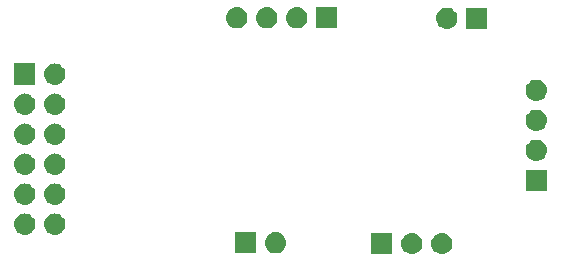
<source format=gbr>
G04 #@! TF.GenerationSoftware,KiCad,Pcbnew,(5.1.4)-1*
G04 #@! TF.CreationDate,2019-08-20T16:37:38+09:00*
G04 #@! TF.ProjectId,kagisys_shield,6b616769-7379-4735-9f73-6869656c642e,rev?*
G04 #@! TF.SameCoordinates,Original*
G04 #@! TF.FileFunction,Soldermask,Top*
G04 #@! TF.FilePolarity,Negative*
%FSLAX46Y46*%
G04 Gerber Fmt 4.6, Leading zero omitted, Abs format (unit mm)*
G04 Created by KiCad (PCBNEW (5.1.4)-1) date 2019-08-20 16:37:38*
%MOMM*%
%LPD*%
G04 APERTURE LIST*
%ADD10C,0.100000*%
G04 APERTURE END LIST*
D10*
G36*
X178281000Y-105211000D02*
G01*
X176479000Y-105211000D01*
X176479000Y-103409000D01*
X178281000Y-103409000D01*
X178281000Y-105211000D01*
X178281000Y-105211000D01*
G37*
G36*
X182570443Y-103415519D02*
G01*
X182636627Y-103422037D01*
X182806466Y-103473557D01*
X182962991Y-103557222D01*
X182973688Y-103566001D01*
X183100186Y-103669814D01*
X183155332Y-103737011D01*
X183212778Y-103807009D01*
X183296443Y-103963534D01*
X183347963Y-104133373D01*
X183365359Y-104310000D01*
X183347963Y-104486627D01*
X183296443Y-104656466D01*
X183212778Y-104812991D01*
X183183448Y-104848729D01*
X183100186Y-104950186D01*
X182998729Y-105033448D01*
X182962991Y-105062778D01*
X182806466Y-105146443D01*
X182636627Y-105197963D01*
X182570442Y-105204482D01*
X182504260Y-105211000D01*
X182415740Y-105211000D01*
X182349558Y-105204482D01*
X182283373Y-105197963D01*
X182113534Y-105146443D01*
X181957009Y-105062778D01*
X181921271Y-105033448D01*
X181819814Y-104950186D01*
X181736552Y-104848729D01*
X181707222Y-104812991D01*
X181623557Y-104656466D01*
X181572037Y-104486627D01*
X181554641Y-104310000D01*
X181572037Y-104133373D01*
X181623557Y-103963534D01*
X181707222Y-103807009D01*
X181764668Y-103737011D01*
X181819814Y-103669814D01*
X181946312Y-103566001D01*
X181957009Y-103557222D01*
X182113534Y-103473557D01*
X182283373Y-103422037D01*
X182349558Y-103415518D01*
X182415740Y-103409000D01*
X182504260Y-103409000D01*
X182570443Y-103415519D01*
X182570443Y-103415519D01*
G37*
G36*
X180030443Y-103415519D02*
G01*
X180096627Y-103422037D01*
X180266466Y-103473557D01*
X180422991Y-103557222D01*
X180433688Y-103566001D01*
X180560186Y-103669814D01*
X180615332Y-103737011D01*
X180672778Y-103807009D01*
X180756443Y-103963534D01*
X180807963Y-104133373D01*
X180825359Y-104310000D01*
X180807963Y-104486627D01*
X180756443Y-104656466D01*
X180672778Y-104812991D01*
X180643448Y-104848729D01*
X180560186Y-104950186D01*
X180458729Y-105033448D01*
X180422991Y-105062778D01*
X180266466Y-105146443D01*
X180096627Y-105197963D01*
X180030442Y-105204482D01*
X179964260Y-105211000D01*
X179875740Y-105211000D01*
X179809558Y-105204482D01*
X179743373Y-105197963D01*
X179573534Y-105146443D01*
X179417009Y-105062778D01*
X179381271Y-105033448D01*
X179279814Y-104950186D01*
X179196552Y-104848729D01*
X179167222Y-104812991D01*
X179083557Y-104656466D01*
X179032037Y-104486627D01*
X179014641Y-104310000D01*
X179032037Y-104133373D01*
X179083557Y-103963534D01*
X179167222Y-103807009D01*
X179224668Y-103737011D01*
X179279814Y-103669814D01*
X179406312Y-103566001D01*
X179417009Y-103557222D01*
X179573534Y-103473557D01*
X179743373Y-103422037D01*
X179809558Y-103415518D01*
X179875740Y-103409000D01*
X179964260Y-103409000D01*
X180030443Y-103415519D01*
X180030443Y-103415519D01*
G37*
G36*
X166751000Y-105141000D02*
G01*
X164949000Y-105141000D01*
X164949000Y-103339000D01*
X166751000Y-103339000D01*
X166751000Y-105141000D01*
X166751000Y-105141000D01*
G37*
G36*
X168500442Y-103345518D02*
G01*
X168566627Y-103352037D01*
X168736466Y-103403557D01*
X168892991Y-103487222D01*
X168910319Y-103501443D01*
X169030186Y-103599814D01*
X169087633Y-103669815D01*
X169142778Y-103737009D01*
X169226443Y-103893534D01*
X169277963Y-104063373D01*
X169295359Y-104240000D01*
X169277963Y-104416627D01*
X169226443Y-104586466D01*
X169142778Y-104742991D01*
X169113448Y-104778729D01*
X169030186Y-104880186D01*
X168944889Y-104950186D01*
X168892991Y-104992778D01*
X168736466Y-105076443D01*
X168566627Y-105127963D01*
X168500443Y-105134481D01*
X168434260Y-105141000D01*
X168345740Y-105141000D01*
X168279557Y-105134481D01*
X168213373Y-105127963D01*
X168043534Y-105076443D01*
X167887009Y-104992778D01*
X167835111Y-104950186D01*
X167749814Y-104880186D01*
X167666552Y-104778729D01*
X167637222Y-104742991D01*
X167553557Y-104586466D01*
X167502037Y-104416627D01*
X167484641Y-104240000D01*
X167502037Y-104063373D01*
X167553557Y-103893534D01*
X167637222Y-103737009D01*
X167692367Y-103669815D01*
X167749814Y-103599814D01*
X167869681Y-103501443D01*
X167887009Y-103487222D01*
X168043534Y-103403557D01*
X168213373Y-103352037D01*
X168279557Y-103345519D01*
X168345740Y-103339000D01*
X168434260Y-103339000D01*
X168500442Y-103345518D01*
X168500442Y-103345518D01*
G37*
G36*
X149795444Y-101770520D02*
G01*
X149861628Y-101777038D01*
X150031467Y-101828558D01*
X150187992Y-101912223D01*
X150223730Y-101941553D01*
X150325187Y-102024815D01*
X150408449Y-102126272D01*
X150437779Y-102162010D01*
X150521444Y-102318535D01*
X150572964Y-102488374D01*
X150590360Y-102665001D01*
X150572964Y-102841628D01*
X150521444Y-103011467D01*
X150437779Y-103167992D01*
X150408449Y-103203730D01*
X150325187Y-103305187D01*
X150223730Y-103388449D01*
X150187992Y-103417779D01*
X150031467Y-103501444D01*
X149861628Y-103552964D01*
X149795444Y-103559482D01*
X149729261Y-103566001D01*
X149640741Y-103566001D01*
X149574559Y-103559483D01*
X149508374Y-103552964D01*
X149338535Y-103501444D01*
X149182010Y-103417779D01*
X149146272Y-103388449D01*
X149044815Y-103305187D01*
X148961553Y-103203730D01*
X148932223Y-103167992D01*
X148848558Y-103011467D01*
X148797038Y-102841628D01*
X148779642Y-102665001D01*
X148797038Y-102488374D01*
X148848558Y-102318535D01*
X148932223Y-102162010D01*
X148961553Y-102126272D01*
X149044815Y-102024815D01*
X149146272Y-101941553D01*
X149182010Y-101912223D01*
X149338535Y-101828558D01*
X149508374Y-101777038D01*
X149574558Y-101770520D01*
X149640741Y-101764001D01*
X149729261Y-101764001D01*
X149795444Y-101770520D01*
X149795444Y-101770520D01*
G37*
G36*
X147255444Y-101770520D02*
G01*
X147321628Y-101777038D01*
X147491467Y-101828558D01*
X147647992Y-101912223D01*
X147683730Y-101941553D01*
X147785187Y-102024815D01*
X147868449Y-102126272D01*
X147897779Y-102162010D01*
X147981444Y-102318535D01*
X148032964Y-102488374D01*
X148050360Y-102665001D01*
X148032964Y-102841628D01*
X147981444Y-103011467D01*
X147897779Y-103167992D01*
X147868449Y-103203730D01*
X147785187Y-103305187D01*
X147683730Y-103388449D01*
X147647992Y-103417779D01*
X147491467Y-103501444D01*
X147321628Y-103552964D01*
X147255444Y-103559482D01*
X147189261Y-103566001D01*
X147100741Y-103566001D01*
X147034559Y-103559483D01*
X146968374Y-103552964D01*
X146798535Y-103501444D01*
X146642010Y-103417779D01*
X146606272Y-103388449D01*
X146504815Y-103305187D01*
X146421553Y-103203730D01*
X146392223Y-103167992D01*
X146308558Y-103011467D01*
X146257038Y-102841628D01*
X146239642Y-102665001D01*
X146257038Y-102488374D01*
X146308558Y-102318535D01*
X146392223Y-102162010D01*
X146421553Y-102126272D01*
X146504815Y-102024815D01*
X146606272Y-101941553D01*
X146642010Y-101912223D01*
X146798535Y-101828558D01*
X146968374Y-101777038D01*
X147034558Y-101770520D01*
X147100741Y-101764001D01*
X147189261Y-101764001D01*
X147255444Y-101770520D01*
X147255444Y-101770520D01*
G37*
G36*
X149795444Y-99230520D02*
G01*
X149861628Y-99237038D01*
X150031467Y-99288558D01*
X150187992Y-99372223D01*
X150223730Y-99401553D01*
X150325187Y-99484815D01*
X150408449Y-99586272D01*
X150437779Y-99622010D01*
X150521444Y-99778535D01*
X150572964Y-99948374D01*
X150590360Y-100125001D01*
X150572964Y-100301628D01*
X150521444Y-100471467D01*
X150437779Y-100627992D01*
X150408449Y-100663730D01*
X150325187Y-100765187D01*
X150223730Y-100848449D01*
X150187992Y-100877779D01*
X150031467Y-100961444D01*
X149861628Y-101012964D01*
X149795443Y-101019483D01*
X149729261Y-101026001D01*
X149640741Y-101026001D01*
X149574558Y-101019482D01*
X149508374Y-101012964D01*
X149338535Y-100961444D01*
X149182010Y-100877779D01*
X149146272Y-100848449D01*
X149044815Y-100765187D01*
X148961553Y-100663730D01*
X148932223Y-100627992D01*
X148848558Y-100471467D01*
X148797038Y-100301628D01*
X148779642Y-100125001D01*
X148797038Y-99948374D01*
X148848558Y-99778535D01*
X148932223Y-99622010D01*
X148961553Y-99586272D01*
X149044815Y-99484815D01*
X149146272Y-99401553D01*
X149182010Y-99372223D01*
X149338535Y-99288558D01*
X149508374Y-99237038D01*
X149574558Y-99230520D01*
X149640741Y-99224001D01*
X149729261Y-99224001D01*
X149795444Y-99230520D01*
X149795444Y-99230520D01*
G37*
G36*
X147255444Y-99230520D02*
G01*
X147321628Y-99237038D01*
X147491467Y-99288558D01*
X147647992Y-99372223D01*
X147683730Y-99401553D01*
X147785187Y-99484815D01*
X147868449Y-99586272D01*
X147897779Y-99622010D01*
X147981444Y-99778535D01*
X148032964Y-99948374D01*
X148050360Y-100125001D01*
X148032964Y-100301628D01*
X147981444Y-100471467D01*
X147897779Y-100627992D01*
X147868449Y-100663730D01*
X147785187Y-100765187D01*
X147683730Y-100848449D01*
X147647992Y-100877779D01*
X147491467Y-100961444D01*
X147321628Y-101012964D01*
X147255443Y-101019483D01*
X147189261Y-101026001D01*
X147100741Y-101026001D01*
X147034558Y-101019482D01*
X146968374Y-101012964D01*
X146798535Y-100961444D01*
X146642010Y-100877779D01*
X146606272Y-100848449D01*
X146504815Y-100765187D01*
X146421553Y-100663730D01*
X146392223Y-100627992D01*
X146308558Y-100471467D01*
X146257038Y-100301628D01*
X146239642Y-100125001D01*
X146257038Y-99948374D01*
X146308558Y-99778535D01*
X146392223Y-99622010D01*
X146421553Y-99586272D01*
X146504815Y-99484815D01*
X146606272Y-99401553D01*
X146642010Y-99372223D01*
X146798535Y-99288558D01*
X146968374Y-99237038D01*
X147034558Y-99230520D01*
X147100741Y-99224001D01*
X147189261Y-99224001D01*
X147255444Y-99230520D01*
X147255444Y-99230520D01*
G37*
G36*
X191371000Y-99851000D02*
G01*
X189569000Y-99851000D01*
X189569000Y-98049000D01*
X191371000Y-98049000D01*
X191371000Y-99851000D01*
X191371000Y-99851000D01*
G37*
G36*
X149795443Y-96690519D02*
G01*
X149861628Y-96697038D01*
X150031467Y-96748558D01*
X150031469Y-96748559D01*
X150109729Y-96790390D01*
X150187992Y-96832223D01*
X150223730Y-96861553D01*
X150325187Y-96944815D01*
X150408449Y-97046272D01*
X150437779Y-97082010D01*
X150521444Y-97238535D01*
X150572964Y-97408374D01*
X150590360Y-97585001D01*
X150572964Y-97761628D01*
X150521444Y-97931467D01*
X150437779Y-98087992D01*
X150408449Y-98123730D01*
X150325187Y-98225187D01*
X150223730Y-98308449D01*
X150187992Y-98337779D01*
X150031467Y-98421444D01*
X149861628Y-98472964D01*
X149795443Y-98479483D01*
X149729261Y-98486001D01*
X149640741Y-98486001D01*
X149574559Y-98479483D01*
X149508374Y-98472964D01*
X149338535Y-98421444D01*
X149182010Y-98337779D01*
X149146272Y-98308449D01*
X149044815Y-98225187D01*
X148961553Y-98123730D01*
X148932223Y-98087992D01*
X148848558Y-97931467D01*
X148797038Y-97761628D01*
X148779642Y-97585001D01*
X148797038Y-97408374D01*
X148848558Y-97238535D01*
X148932223Y-97082010D01*
X148961553Y-97046272D01*
X149044815Y-96944815D01*
X149146272Y-96861553D01*
X149182010Y-96832223D01*
X149260273Y-96790390D01*
X149338533Y-96748559D01*
X149338535Y-96748558D01*
X149508374Y-96697038D01*
X149574558Y-96690520D01*
X149640741Y-96684001D01*
X149729261Y-96684001D01*
X149795443Y-96690519D01*
X149795443Y-96690519D01*
G37*
G36*
X147255443Y-96690519D02*
G01*
X147321628Y-96697038D01*
X147491467Y-96748558D01*
X147491469Y-96748559D01*
X147569729Y-96790390D01*
X147647992Y-96832223D01*
X147683730Y-96861553D01*
X147785187Y-96944815D01*
X147868449Y-97046272D01*
X147897779Y-97082010D01*
X147981444Y-97238535D01*
X148032964Y-97408374D01*
X148050360Y-97585001D01*
X148032964Y-97761628D01*
X147981444Y-97931467D01*
X147897779Y-98087992D01*
X147868449Y-98123730D01*
X147785187Y-98225187D01*
X147683730Y-98308449D01*
X147647992Y-98337779D01*
X147491467Y-98421444D01*
X147321628Y-98472964D01*
X147255443Y-98479483D01*
X147189261Y-98486001D01*
X147100741Y-98486001D01*
X147034559Y-98479483D01*
X146968374Y-98472964D01*
X146798535Y-98421444D01*
X146642010Y-98337779D01*
X146606272Y-98308449D01*
X146504815Y-98225187D01*
X146421553Y-98123730D01*
X146392223Y-98087992D01*
X146308558Y-97931467D01*
X146257038Y-97761628D01*
X146239642Y-97585001D01*
X146257038Y-97408374D01*
X146308558Y-97238535D01*
X146392223Y-97082010D01*
X146421553Y-97046272D01*
X146504815Y-96944815D01*
X146606272Y-96861553D01*
X146642010Y-96832223D01*
X146720273Y-96790390D01*
X146798533Y-96748559D01*
X146798535Y-96748558D01*
X146968374Y-96697038D01*
X147034558Y-96690520D01*
X147100741Y-96684001D01*
X147189261Y-96684001D01*
X147255443Y-96690519D01*
X147255443Y-96690519D01*
G37*
G36*
X190580442Y-95515518D02*
G01*
X190646627Y-95522037D01*
X190816466Y-95573557D01*
X190972991Y-95657222D01*
X191007065Y-95685186D01*
X191110186Y-95769814D01*
X191193448Y-95871271D01*
X191222778Y-95907009D01*
X191306443Y-96063534D01*
X191357963Y-96233373D01*
X191375359Y-96410000D01*
X191357963Y-96586627D01*
X191306443Y-96756466D01*
X191222778Y-96912991D01*
X191196660Y-96944816D01*
X191110186Y-97050186D01*
X191008729Y-97133448D01*
X190972991Y-97162778D01*
X190972989Y-97162779D01*
X190831265Y-97238533D01*
X190816466Y-97246443D01*
X190646627Y-97297963D01*
X190580443Y-97304481D01*
X190514260Y-97311000D01*
X190425740Y-97311000D01*
X190359557Y-97304481D01*
X190293373Y-97297963D01*
X190123534Y-97246443D01*
X190108736Y-97238533D01*
X189967011Y-97162779D01*
X189967009Y-97162778D01*
X189931271Y-97133448D01*
X189829814Y-97050186D01*
X189743340Y-96944816D01*
X189717222Y-96912991D01*
X189633557Y-96756466D01*
X189582037Y-96586627D01*
X189564641Y-96410000D01*
X189582037Y-96233373D01*
X189633557Y-96063534D01*
X189717222Y-95907009D01*
X189746552Y-95871271D01*
X189829814Y-95769814D01*
X189932935Y-95685186D01*
X189967009Y-95657222D01*
X190123534Y-95573557D01*
X190293373Y-95522037D01*
X190359558Y-95515518D01*
X190425740Y-95509000D01*
X190514260Y-95509000D01*
X190580442Y-95515518D01*
X190580442Y-95515518D01*
G37*
G36*
X149795444Y-94150520D02*
G01*
X149861628Y-94157038D01*
X150031467Y-94208558D01*
X150031469Y-94208559D01*
X150109729Y-94250390D01*
X150187992Y-94292223D01*
X150223730Y-94321553D01*
X150325187Y-94404815D01*
X150408449Y-94506272D01*
X150437779Y-94542010D01*
X150521444Y-94698535D01*
X150572964Y-94868374D01*
X150590360Y-95045001D01*
X150572964Y-95221628D01*
X150521444Y-95391467D01*
X150437779Y-95547992D01*
X150416798Y-95573557D01*
X150325187Y-95685187D01*
X150223730Y-95768449D01*
X150187992Y-95797779D01*
X150031467Y-95881444D01*
X149861628Y-95932964D01*
X149795444Y-95939482D01*
X149729261Y-95946001D01*
X149640741Y-95946001D01*
X149574558Y-95939482D01*
X149508374Y-95932964D01*
X149338535Y-95881444D01*
X149182010Y-95797779D01*
X149146272Y-95768449D01*
X149044815Y-95685187D01*
X148953204Y-95573557D01*
X148932223Y-95547992D01*
X148848558Y-95391467D01*
X148797038Y-95221628D01*
X148779642Y-95045001D01*
X148797038Y-94868374D01*
X148848558Y-94698535D01*
X148932223Y-94542010D01*
X148961553Y-94506272D01*
X149044815Y-94404815D01*
X149146272Y-94321553D01*
X149182010Y-94292223D01*
X149260273Y-94250390D01*
X149338533Y-94208559D01*
X149338535Y-94208558D01*
X149508374Y-94157038D01*
X149574558Y-94150520D01*
X149640741Y-94144001D01*
X149729261Y-94144001D01*
X149795444Y-94150520D01*
X149795444Y-94150520D01*
G37*
G36*
X147255444Y-94150520D02*
G01*
X147321628Y-94157038D01*
X147491467Y-94208558D01*
X147491469Y-94208559D01*
X147569729Y-94250390D01*
X147647992Y-94292223D01*
X147683730Y-94321553D01*
X147785187Y-94404815D01*
X147868449Y-94506272D01*
X147897779Y-94542010D01*
X147981444Y-94698535D01*
X148032964Y-94868374D01*
X148050360Y-95045001D01*
X148032964Y-95221628D01*
X147981444Y-95391467D01*
X147897779Y-95547992D01*
X147876798Y-95573557D01*
X147785187Y-95685187D01*
X147683730Y-95768449D01*
X147647992Y-95797779D01*
X147491467Y-95881444D01*
X147321628Y-95932964D01*
X147255444Y-95939482D01*
X147189261Y-95946001D01*
X147100741Y-95946001D01*
X147034558Y-95939482D01*
X146968374Y-95932964D01*
X146798535Y-95881444D01*
X146642010Y-95797779D01*
X146606272Y-95768449D01*
X146504815Y-95685187D01*
X146413204Y-95573557D01*
X146392223Y-95547992D01*
X146308558Y-95391467D01*
X146257038Y-95221628D01*
X146239642Y-95045001D01*
X146257038Y-94868374D01*
X146308558Y-94698535D01*
X146392223Y-94542010D01*
X146421553Y-94506272D01*
X146504815Y-94404815D01*
X146606272Y-94321553D01*
X146642010Y-94292223D01*
X146720273Y-94250390D01*
X146798533Y-94208559D01*
X146798535Y-94208558D01*
X146968374Y-94157038D01*
X147034558Y-94150520D01*
X147100741Y-94144001D01*
X147189261Y-94144001D01*
X147255444Y-94150520D01*
X147255444Y-94150520D01*
G37*
G36*
X190580443Y-92975519D02*
G01*
X190646627Y-92982037D01*
X190816466Y-93033557D01*
X190972991Y-93117222D01*
X191007065Y-93145186D01*
X191110186Y-93229814D01*
X191193448Y-93331271D01*
X191222778Y-93367009D01*
X191306443Y-93523534D01*
X191357963Y-93693373D01*
X191375359Y-93870000D01*
X191357963Y-94046627D01*
X191306443Y-94216466D01*
X191222778Y-94372991D01*
X191196660Y-94404816D01*
X191110186Y-94510186D01*
X191008729Y-94593448D01*
X190972991Y-94622778D01*
X190972989Y-94622779D01*
X190831265Y-94698533D01*
X190816466Y-94706443D01*
X190646627Y-94757963D01*
X190580443Y-94764481D01*
X190514260Y-94771000D01*
X190425740Y-94771000D01*
X190359558Y-94764482D01*
X190293373Y-94757963D01*
X190123534Y-94706443D01*
X190108736Y-94698533D01*
X189967011Y-94622779D01*
X189967009Y-94622778D01*
X189931271Y-94593448D01*
X189829814Y-94510186D01*
X189743340Y-94404816D01*
X189717222Y-94372991D01*
X189633557Y-94216466D01*
X189582037Y-94046627D01*
X189564641Y-93870000D01*
X189582037Y-93693373D01*
X189633557Y-93523534D01*
X189717222Y-93367009D01*
X189746552Y-93331271D01*
X189829814Y-93229814D01*
X189932935Y-93145186D01*
X189967009Y-93117222D01*
X190123534Y-93033557D01*
X190293373Y-92982037D01*
X190359558Y-92975518D01*
X190425740Y-92969000D01*
X190514260Y-92969000D01*
X190580443Y-92975519D01*
X190580443Y-92975519D01*
G37*
G36*
X147255444Y-91610520D02*
G01*
X147321628Y-91617038D01*
X147491467Y-91668558D01*
X147491469Y-91668559D01*
X147569730Y-91710391D01*
X147647992Y-91752223D01*
X147683730Y-91781553D01*
X147785187Y-91864815D01*
X147868449Y-91966272D01*
X147897779Y-92002010D01*
X147981444Y-92158535D01*
X148032964Y-92328374D01*
X148050360Y-92505001D01*
X148032964Y-92681628D01*
X147981444Y-92851467D01*
X147897779Y-93007992D01*
X147876798Y-93033557D01*
X147785187Y-93145187D01*
X147683730Y-93228449D01*
X147647992Y-93257779D01*
X147491467Y-93341444D01*
X147321628Y-93392964D01*
X147255444Y-93399482D01*
X147189261Y-93406001D01*
X147100741Y-93406001D01*
X147034558Y-93399482D01*
X146968374Y-93392964D01*
X146798535Y-93341444D01*
X146642010Y-93257779D01*
X146606272Y-93228449D01*
X146504815Y-93145187D01*
X146413204Y-93033557D01*
X146392223Y-93007992D01*
X146308558Y-92851467D01*
X146257038Y-92681628D01*
X146239642Y-92505001D01*
X146257038Y-92328374D01*
X146308558Y-92158535D01*
X146392223Y-92002010D01*
X146421553Y-91966272D01*
X146504815Y-91864815D01*
X146606272Y-91781553D01*
X146642010Y-91752223D01*
X146720272Y-91710391D01*
X146798533Y-91668559D01*
X146798535Y-91668558D01*
X146968374Y-91617038D01*
X147034558Y-91610520D01*
X147100741Y-91604001D01*
X147189261Y-91604001D01*
X147255444Y-91610520D01*
X147255444Y-91610520D01*
G37*
G36*
X149795444Y-91610520D02*
G01*
X149861628Y-91617038D01*
X150031467Y-91668558D01*
X150031469Y-91668559D01*
X150109730Y-91710391D01*
X150187992Y-91752223D01*
X150223730Y-91781553D01*
X150325187Y-91864815D01*
X150408449Y-91966272D01*
X150437779Y-92002010D01*
X150521444Y-92158535D01*
X150572964Y-92328374D01*
X150590360Y-92505001D01*
X150572964Y-92681628D01*
X150521444Y-92851467D01*
X150437779Y-93007992D01*
X150416798Y-93033557D01*
X150325187Y-93145187D01*
X150223730Y-93228449D01*
X150187992Y-93257779D01*
X150031467Y-93341444D01*
X149861628Y-93392964D01*
X149795444Y-93399482D01*
X149729261Y-93406001D01*
X149640741Y-93406001D01*
X149574558Y-93399482D01*
X149508374Y-93392964D01*
X149338535Y-93341444D01*
X149182010Y-93257779D01*
X149146272Y-93228449D01*
X149044815Y-93145187D01*
X148953204Y-93033557D01*
X148932223Y-93007992D01*
X148848558Y-92851467D01*
X148797038Y-92681628D01*
X148779642Y-92505001D01*
X148797038Y-92328374D01*
X148848558Y-92158535D01*
X148932223Y-92002010D01*
X148961553Y-91966272D01*
X149044815Y-91864815D01*
X149146272Y-91781553D01*
X149182010Y-91752223D01*
X149260272Y-91710391D01*
X149338533Y-91668559D01*
X149338535Y-91668558D01*
X149508374Y-91617038D01*
X149574558Y-91610520D01*
X149640741Y-91604001D01*
X149729261Y-91604001D01*
X149795444Y-91610520D01*
X149795444Y-91610520D01*
G37*
G36*
X190580442Y-90435518D02*
G01*
X190646627Y-90442037D01*
X190816466Y-90493557D01*
X190972991Y-90577222D01*
X191007065Y-90605186D01*
X191110186Y-90689814D01*
X191193448Y-90791271D01*
X191222778Y-90827009D01*
X191306443Y-90983534D01*
X191357963Y-91153373D01*
X191375359Y-91330000D01*
X191357963Y-91506627D01*
X191306443Y-91676466D01*
X191222778Y-91832991D01*
X191196660Y-91864816D01*
X191110186Y-91970186D01*
X191008729Y-92053448D01*
X190972991Y-92082778D01*
X190972989Y-92082779D01*
X190831265Y-92158533D01*
X190816466Y-92166443D01*
X190646627Y-92217963D01*
X190580442Y-92224482D01*
X190514260Y-92231000D01*
X190425740Y-92231000D01*
X190359558Y-92224482D01*
X190293373Y-92217963D01*
X190123534Y-92166443D01*
X190108736Y-92158533D01*
X189967011Y-92082779D01*
X189967009Y-92082778D01*
X189931271Y-92053448D01*
X189829814Y-91970186D01*
X189743340Y-91864816D01*
X189717222Y-91832991D01*
X189633557Y-91676466D01*
X189582037Y-91506627D01*
X189564641Y-91330000D01*
X189582037Y-91153373D01*
X189633557Y-90983534D01*
X189717222Y-90827009D01*
X189746552Y-90791271D01*
X189829814Y-90689814D01*
X189932935Y-90605186D01*
X189967009Y-90577222D01*
X190123534Y-90493557D01*
X190293373Y-90442037D01*
X190359558Y-90435518D01*
X190425740Y-90429000D01*
X190514260Y-90429000D01*
X190580442Y-90435518D01*
X190580442Y-90435518D01*
G37*
G36*
X148046001Y-90866001D02*
G01*
X146244001Y-90866001D01*
X146244001Y-89064001D01*
X148046001Y-89064001D01*
X148046001Y-90866001D01*
X148046001Y-90866001D01*
G37*
G36*
X149795444Y-89070520D02*
G01*
X149861628Y-89077038D01*
X150031467Y-89128558D01*
X150187992Y-89212223D01*
X150223730Y-89241553D01*
X150325187Y-89324815D01*
X150408449Y-89426272D01*
X150437779Y-89462010D01*
X150521444Y-89618535D01*
X150572964Y-89788374D01*
X150590360Y-89965001D01*
X150572964Y-90141628D01*
X150521444Y-90311467D01*
X150437779Y-90467992D01*
X150416798Y-90493557D01*
X150325187Y-90605187D01*
X150223730Y-90688449D01*
X150187992Y-90717779D01*
X150031467Y-90801444D01*
X149861628Y-90852964D01*
X149795444Y-90859482D01*
X149729261Y-90866001D01*
X149640741Y-90866001D01*
X149574558Y-90859482D01*
X149508374Y-90852964D01*
X149338535Y-90801444D01*
X149182010Y-90717779D01*
X149146272Y-90688449D01*
X149044815Y-90605187D01*
X148953204Y-90493557D01*
X148932223Y-90467992D01*
X148848558Y-90311467D01*
X148797038Y-90141628D01*
X148779642Y-89965001D01*
X148797038Y-89788374D01*
X148848558Y-89618535D01*
X148932223Y-89462010D01*
X148961553Y-89426272D01*
X149044815Y-89324815D01*
X149146272Y-89241553D01*
X149182010Y-89212223D01*
X149338535Y-89128558D01*
X149508374Y-89077038D01*
X149574558Y-89070520D01*
X149640741Y-89064001D01*
X149729261Y-89064001D01*
X149795444Y-89070520D01*
X149795444Y-89070520D01*
G37*
G36*
X182990442Y-84345518D02*
G01*
X183056627Y-84352037D01*
X183226466Y-84403557D01*
X183382991Y-84487222D01*
X183418729Y-84516552D01*
X183520186Y-84599814D01*
X183603448Y-84701271D01*
X183632778Y-84737009D01*
X183716443Y-84893534D01*
X183767963Y-85063373D01*
X183785359Y-85240000D01*
X183767963Y-85416627D01*
X183716443Y-85586466D01*
X183632778Y-85742991D01*
X183603448Y-85778729D01*
X183520186Y-85880186D01*
X183443916Y-85942778D01*
X183382991Y-85992778D01*
X183226466Y-86076443D01*
X183056627Y-86127963D01*
X182990442Y-86134482D01*
X182924260Y-86141000D01*
X182835740Y-86141000D01*
X182769558Y-86134482D01*
X182703373Y-86127963D01*
X182533534Y-86076443D01*
X182377009Y-85992778D01*
X182316084Y-85942778D01*
X182239814Y-85880186D01*
X182156552Y-85778729D01*
X182127222Y-85742991D01*
X182043557Y-85586466D01*
X181992037Y-85416627D01*
X181974641Y-85240000D01*
X181992037Y-85063373D01*
X182043557Y-84893534D01*
X182127222Y-84737009D01*
X182156552Y-84701271D01*
X182239814Y-84599814D01*
X182341271Y-84516552D01*
X182377009Y-84487222D01*
X182533534Y-84403557D01*
X182703373Y-84352037D01*
X182769558Y-84345518D01*
X182835740Y-84339000D01*
X182924260Y-84339000D01*
X182990442Y-84345518D01*
X182990442Y-84345518D01*
G37*
G36*
X186321000Y-86141000D02*
G01*
X184519000Y-86141000D01*
X184519000Y-84339000D01*
X186321000Y-84339000D01*
X186321000Y-86141000D01*
X186321000Y-86141000D01*
G37*
G36*
X170290443Y-84295519D02*
G01*
X170356627Y-84302037D01*
X170526466Y-84353557D01*
X170682991Y-84437222D01*
X170718729Y-84466552D01*
X170820186Y-84549814D01*
X170903448Y-84651271D01*
X170932778Y-84687009D01*
X171016443Y-84843534D01*
X171067963Y-85013373D01*
X171085359Y-85190000D01*
X171067963Y-85366627D01*
X171016443Y-85536466D01*
X170932778Y-85692991D01*
X170903448Y-85728729D01*
X170820186Y-85830186D01*
X170718729Y-85913448D01*
X170682991Y-85942778D01*
X170526466Y-86026443D01*
X170356627Y-86077963D01*
X170290442Y-86084482D01*
X170224260Y-86091000D01*
X170135740Y-86091000D01*
X170069558Y-86084482D01*
X170003373Y-86077963D01*
X169833534Y-86026443D01*
X169677009Y-85942778D01*
X169641271Y-85913448D01*
X169539814Y-85830186D01*
X169456552Y-85728729D01*
X169427222Y-85692991D01*
X169343557Y-85536466D01*
X169292037Y-85366627D01*
X169274641Y-85190000D01*
X169292037Y-85013373D01*
X169343557Y-84843534D01*
X169427222Y-84687009D01*
X169456552Y-84651271D01*
X169539814Y-84549814D01*
X169641271Y-84466552D01*
X169677009Y-84437222D01*
X169833534Y-84353557D01*
X170003373Y-84302037D01*
X170069557Y-84295519D01*
X170135740Y-84289000D01*
X170224260Y-84289000D01*
X170290443Y-84295519D01*
X170290443Y-84295519D01*
G37*
G36*
X167750443Y-84295519D02*
G01*
X167816627Y-84302037D01*
X167986466Y-84353557D01*
X168142991Y-84437222D01*
X168178729Y-84466552D01*
X168280186Y-84549814D01*
X168363448Y-84651271D01*
X168392778Y-84687009D01*
X168476443Y-84843534D01*
X168527963Y-85013373D01*
X168545359Y-85190000D01*
X168527963Y-85366627D01*
X168476443Y-85536466D01*
X168392778Y-85692991D01*
X168363448Y-85728729D01*
X168280186Y-85830186D01*
X168178729Y-85913448D01*
X168142991Y-85942778D01*
X167986466Y-86026443D01*
X167816627Y-86077963D01*
X167750442Y-86084482D01*
X167684260Y-86091000D01*
X167595740Y-86091000D01*
X167529558Y-86084482D01*
X167463373Y-86077963D01*
X167293534Y-86026443D01*
X167137009Y-85942778D01*
X167101271Y-85913448D01*
X166999814Y-85830186D01*
X166916552Y-85728729D01*
X166887222Y-85692991D01*
X166803557Y-85536466D01*
X166752037Y-85366627D01*
X166734641Y-85190000D01*
X166752037Y-85013373D01*
X166803557Y-84843534D01*
X166887222Y-84687009D01*
X166916552Y-84651271D01*
X166999814Y-84549814D01*
X167101271Y-84466552D01*
X167137009Y-84437222D01*
X167293534Y-84353557D01*
X167463373Y-84302037D01*
X167529557Y-84295519D01*
X167595740Y-84289000D01*
X167684260Y-84289000D01*
X167750443Y-84295519D01*
X167750443Y-84295519D01*
G37*
G36*
X165210443Y-84295519D02*
G01*
X165276627Y-84302037D01*
X165446466Y-84353557D01*
X165602991Y-84437222D01*
X165638729Y-84466552D01*
X165740186Y-84549814D01*
X165823448Y-84651271D01*
X165852778Y-84687009D01*
X165936443Y-84843534D01*
X165987963Y-85013373D01*
X166005359Y-85190000D01*
X165987963Y-85366627D01*
X165936443Y-85536466D01*
X165852778Y-85692991D01*
X165823448Y-85728729D01*
X165740186Y-85830186D01*
X165638729Y-85913448D01*
X165602991Y-85942778D01*
X165446466Y-86026443D01*
X165276627Y-86077963D01*
X165210442Y-86084482D01*
X165144260Y-86091000D01*
X165055740Y-86091000D01*
X164989558Y-86084482D01*
X164923373Y-86077963D01*
X164753534Y-86026443D01*
X164597009Y-85942778D01*
X164561271Y-85913448D01*
X164459814Y-85830186D01*
X164376552Y-85728729D01*
X164347222Y-85692991D01*
X164263557Y-85536466D01*
X164212037Y-85366627D01*
X164194641Y-85190000D01*
X164212037Y-85013373D01*
X164263557Y-84843534D01*
X164347222Y-84687009D01*
X164376552Y-84651271D01*
X164459814Y-84549814D01*
X164561271Y-84466552D01*
X164597009Y-84437222D01*
X164753534Y-84353557D01*
X164923373Y-84302037D01*
X164989557Y-84295519D01*
X165055740Y-84289000D01*
X165144260Y-84289000D01*
X165210443Y-84295519D01*
X165210443Y-84295519D01*
G37*
G36*
X173621000Y-86091000D02*
G01*
X171819000Y-86091000D01*
X171819000Y-84289000D01*
X173621000Y-84289000D01*
X173621000Y-86091000D01*
X173621000Y-86091000D01*
G37*
M02*

</source>
